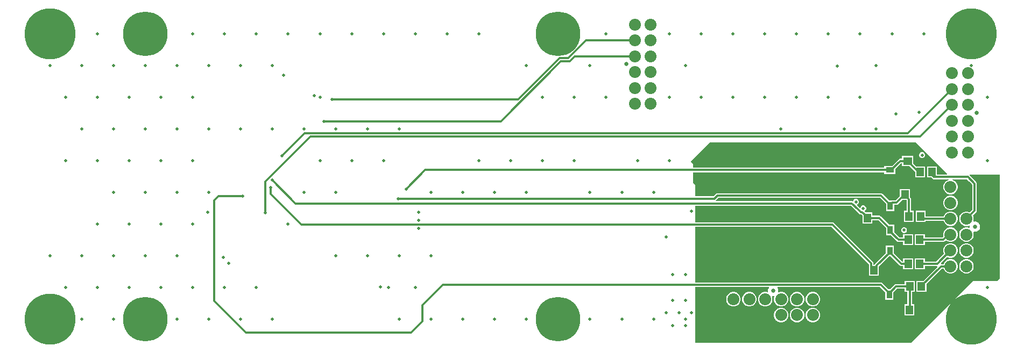
<source format=gbl>
G04*
G04 #@! TF.GenerationSoftware,Altium Limited,Altium Designer,24.0.1 (36)*
G04*
G04 Layer_Physical_Order=4*
G04 Layer_Color=16711680*
%FSLAX44Y44*%
%MOMM*%
G71*
G04*
G04 #@! TF.SameCoordinates,0FB82E01-D644-434E-A1D8-1B95A2BBF3EB*
G04*
G04*
G04 #@! TF.FilePolarity,Positive*
G04*
G01*
G75*
%ADD14R,1.3000X0.9000*%
%ADD15R,0.9000X1.3000*%
%ADD19R,1.1500X1.3500*%
%ADD20R,1.3500X1.1500*%
%ADD38C,0.3000*%
%ADD40C,1.8750*%
%ADD41C,7.0000*%
%ADD42C,8.0000*%
%ADD43C,0.6750*%
%ADD44C,0.5000*%
%ADD45C,0.7000*%
G36*
X1462181Y278989D02*
X1461655Y277719D01*
X1445750D01*
Y290690D01*
X1430250D01*
Y273190D01*
X1436893D01*
X1438457Y271627D01*
X1439614Y270853D01*
X1440980Y270581D01*
X1464303D01*
X1464470Y269311D01*
X1462859Y268880D01*
X1460266Y267382D01*
X1458148Y265264D01*
X1456650Y262671D01*
X1455875Y259778D01*
Y256782D01*
X1456650Y253889D01*
X1458148Y251296D01*
X1460266Y249178D01*
X1462859Y247680D01*
X1465753Y246905D01*
X1468748D01*
X1471641Y247680D01*
X1474234Y249178D01*
X1476352Y251296D01*
X1477850Y253889D01*
X1478625Y256782D01*
Y259778D01*
X1477850Y262671D01*
X1476352Y265264D01*
X1474234Y267382D01*
X1471641Y268880D01*
X1470030Y269311D01*
X1470197Y270581D01*
X1493110D01*
X1501556Y262135D01*
Y222633D01*
X1497378Y218454D01*
X1496641Y218880D01*
X1493748Y219655D01*
X1490753D01*
X1487859Y218880D01*
X1485266Y217382D01*
X1483148Y215264D01*
X1481650Y212671D01*
X1480875Y209778D01*
Y206782D01*
X1481650Y203889D01*
X1483148Y201296D01*
X1485266Y199178D01*
X1487859Y197680D01*
X1490753Y196905D01*
X1493748D01*
X1496556Y197658D01*
X1497158Y197318D01*
X1497674Y196922D01*
X1497650Y196833D01*
Y194727D01*
X1497674Y194638D01*
X1497158Y194242D01*
X1496556Y193902D01*
X1493748Y194655D01*
X1490753D01*
X1487859Y193880D01*
X1485266Y192382D01*
X1483148Y190264D01*
X1481650Y187671D01*
X1480875Y184778D01*
Y181782D01*
X1481650Y178889D01*
X1483148Y176296D01*
X1485266Y174178D01*
X1487859Y172680D01*
X1490753Y171905D01*
X1493748D01*
X1496641Y172680D01*
X1499234Y174178D01*
X1501352Y176296D01*
X1502850Y178889D01*
X1503625Y181782D01*
Y184778D01*
X1503063Y186876D01*
X1504100Y187913D01*
X1504597Y187780D01*
X1506703D01*
X1508738Y188325D01*
X1510562Y189378D01*
X1512052Y190868D01*
X1513105Y192692D01*
X1513650Y194727D01*
Y196833D01*
X1513105Y198868D01*
X1512052Y200692D01*
X1510562Y202182D01*
X1508738Y203235D01*
X1506703Y203780D01*
X1504597D01*
X1504100Y203647D01*
X1503063Y204684D01*
X1503625Y206782D01*
Y209778D01*
X1502850Y212671D01*
X1502424Y213408D01*
X1507648Y218632D01*
X1508422Y219789D01*
X1508694Y221155D01*
Y263613D01*
X1508422Y264979D01*
X1507648Y266136D01*
X1497111Y276673D01*
X1496832Y276860D01*
X1497217Y278130D01*
X1544320D01*
Y114300D01*
X1540510Y110490D01*
X1502410D01*
X1404620Y12700D01*
X1065530D01*
Y100831D01*
X1181119D01*
X1181574Y99561D01*
X1180665Y97988D01*
X1180120Y95953D01*
Y93847D01*
X1180253Y93350D01*
X1179216Y92313D01*
X1177117Y92875D01*
X1174122D01*
X1171229Y92100D01*
X1168636Y90602D01*
X1166518Y88484D01*
X1165020Y85891D01*
X1164245Y82998D01*
Y80002D01*
X1165020Y77109D01*
X1166518Y74516D01*
X1168636Y72398D01*
X1171229Y70900D01*
X1174122Y70125D01*
X1177117D01*
X1180011Y70900D01*
X1182604Y72398D01*
X1184722Y74516D01*
X1186220Y77109D01*
X1186995Y80002D01*
Y82998D01*
X1186242Y85806D01*
X1186582Y86408D01*
X1186978Y86924D01*
X1187067Y86900D01*
X1189173D01*
X1189262Y86924D01*
X1189658Y86408D01*
X1189998Y85806D01*
X1189245Y82998D01*
Y80002D01*
X1190020Y77109D01*
X1191518Y74516D01*
X1193636Y72398D01*
X1196229Y70900D01*
X1199122Y70125D01*
X1202117D01*
X1205011Y70900D01*
X1207604Y72398D01*
X1209722Y74516D01*
X1211220Y77109D01*
X1211995Y80002D01*
Y82998D01*
X1211220Y85891D01*
X1209722Y88484D01*
X1207604Y90602D01*
X1205011Y92100D01*
X1202117Y92875D01*
X1199122D01*
X1197024Y92313D01*
X1195987Y93350D01*
X1196120Y93847D01*
Y95953D01*
X1195575Y97988D01*
X1194666Y99561D01*
X1195121Y100831D01*
X1355962D01*
X1364440Y92353D01*
Y80400D01*
X1377440D01*
Y92353D01*
X1383118Y98031D01*
X1395240D01*
Y92850D01*
X1399421D01*
Y73520D01*
X1394690D01*
Y56020D01*
X1410190D01*
Y73520D01*
X1406559D01*
Y92850D01*
X1410740D01*
Y110350D01*
X1395240D01*
Y105169D01*
X1381640D01*
X1380274Y104897D01*
X1379117Y104123D01*
X1372393Y97400D01*
X1369487D01*
X1359963Y106923D01*
X1358806Y107697D01*
X1357440Y107969D01*
X1065530D01*
Y195471D01*
X1279897D01*
X1338741Y136627D01*
Y132250D01*
X1338810Y131905D01*
Y118250D01*
X1354310D01*
Y130905D01*
X1354379Y131250D01*
Y133212D01*
X1370147Y148980D01*
X1373053D01*
X1387397Y134637D01*
X1388554Y133863D01*
X1389920Y133591D01*
X1392700D01*
Y128410D01*
X1408200D01*
Y145910D01*
X1392700D01*
Y140729D01*
X1391398D01*
X1378100Y154027D01*
Y165980D01*
X1365100D01*
Y154027D01*
X1348287Y137213D01*
X1347513Y136056D01*
X1347452Y135750D01*
X1345879D01*
Y138105D01*
X1345607Y139471D01*
X1344833Y140629D01*
X1283899Y201563D01*
X1282741Y202337D01*
X1281375Y202609D01*
X1065530D01*
Y228926D01*
X1310752D01*
X1318554Y221124D01*
X1319081Y220772D01*
X1323586Y216267D01*
X1324744Y215493D01*
X1326110Y215221D01*
X1326682D01*
X1328650Y213253D01*
Y200800D01*
X1344150D01*
Y205981D01*
X1353682D01*
X1365710Y193953D01*
Y182000D01*
X1373663D01*
X1382927Y172737D01*
X1384084Y171963D01*
X1385450Y171691D01*
X1392700D01*
Y166510D01*
X1408200D01*
Y184010D01*
X1392700D01*
Y178829D01*
X1386928D01*
X1378710Y187047D01*
Y199000D01*
X1370757D01*
X1357683Y212073D01*
X1356526Y212847D01*
X1355160Y213119D01*
X1344150D01*
Y218300D01*
X1333697D01*
X1332202Y219795D01*
X1332425Y220981D01*
X1333685Y222241D01*
X1334370Y223895D01*
Y225685D01*
X1333685Y227339D01*
X1332419Y228605D01*
X1330765Y229290D01*
X1328975D01*
X1327321Y228605D01*
X1326055Y227339D01*
X1325571Y226171D01*
X1324197Y225750D01*
X1323776Y226171D01*
X1323248Y226523D01*
X1320081Y229690D01*
X1320329Y230936D01*
X1320809Y231135D01*
X1322075Y232401D01*
X1322760Y234055D01*
Y235845D01*
X1322075Y237499D01*
X1320809Y238765D01*
X1319155Y239450D01*
X1317365D01*
X1315711Y238765D01*
X1314445Y237499D01*
X1314185Y236871D01*
X1313633Y235861D01*
X1312554Y235999D01*
X1312230Y236064D01*
X1098381D01*
X1097996Y237334D01*
X1098255Y237507D01*
X1101940Y241191D01*
X1356572D01*
X1365710Y232053D01*
Y220100D01*
X1378710D01*
Y230031D01*
X1382590D01*
X1383956Y230303D01*
X1385113Y231077D01*
X1391667Y237630D01*
X1398073D01*
X1398151Y237552D01*
Y220840D01*
X1393970D01*
Y203340D01*
X1409470D01*
Y220840D01*
X1405289D01*
Y239030D01*
X1405017Y240396D01*
X1404243Y241553D01*
X1403120Y242677D01*
Y255130D01*
X1387620D01*
Y243669D01*
X1387597Y243653D01*
X1381112Y237169D01*
X1375210D01*
X1374865Y237100D01*
X1370757D01*
X1360573Y247283D01*
X1359416Y248057D01*
X1358050Y248329D01*
X1100462D01*
X1099096Y248057D01*
X1097938Y247283D01*
X1094254Y243599D01*
X1065530D01*
Y261620D01*
X1061720Y265430D01*
Y281521D01*
X1363100D01*
Y278590D01*
X1380100D01*
Y286543D01*
X1389348Y295791D01*
X1390790D01*
Y291610D01*
X1402071D01*
X1402267Y291317D01*
X1411750Y281833D01*
Y273190D01*
X1427250D01*
Y290690D01*
X1412987D01*
X1408307Y295370D01*
X1408290Y295455D01*
Y307110D01*
X1390790D01*
Y302929D01*
X1387870D01*
X1386504Y302657D01*
X1385347Y301883D01*
X1375053Y291590D01*
X1363100D01*
Y288659D01*
X1061720D01*
Y294640D01*
X1057910Y298450D01*
X1088390Y328930D01*
X1412240D01*
X1462181Y278989D01*
D02*
G37*
%LPC*%
G36*
X1423295Y313110D02*
X1421505D01*
X1419851Y312425D01*
X1418585Y311159D01*
X1417900Y309505D01*
Y307715D01*
X1418585Y306061D01*
X1419851Y304795D01*
X1421505Y304110D01*
X1423295D01*
X1424949Y304795D01*
X1426215Y306061D01*
X1426900Y307715D01*
Y309505D01*
X1426215Y311159D01*
X1424949Y312425D01*
X1423295Y313110D01*
D02*
G37*
G36*
X1468748Y244655D02*
X1465753D01*
X1462859Y243880D01*
X1460266Y242382D01*
X1458148Y240264D01*
X1456650Y237671D01*
X1455875Y234778D01*
Y231782D01*
X1456650Y228889D01*
X1458148Y226296D01*
X1460266Y224178D01*
X1462859Y222680D01*
X1465753Y221905D01*
X1468748D01*
X1471641Y222680D01*
X1474234Y224178D01*
X1476352Y226296D01*
X1477850Y228889D01*
X1478625Y231782D01*
Y234778D01*
X1477850Y237671D01*
X1476352Y240264D01*
X1474234Y242382D01*
X1471641Y243880D01*
X1468748Y244655D01*
D02*
G37*
G36*
X1427970Y220840D02*
X1412470D01*
Y203340D01*
X1427970D01*
Y204711D01*
X1456430D01*
X1456650Y203889D01*
X1458148Y201296D01*
X1460266Y199178D01*
X1462859Y197680D01*
X1465753Y196905D01*
X1468748D01*
X1471641Y197680D01*
X1474234Y199178D01*
X1476352Y201296D01*
X1477850Y203889D01*
X1478625Y206782D01*
Y209778D01*
X1477850Y212671D01*
X1476352Y215264D01*
X1474234Y217382D01*
X1471641Y218880D01*
X1468748Y219655D01*
X1465753D01*
X1462859Y218880D01*
X1460266Y217382D01*
X1458148Y215264D01*
X1456650Y212671D01*
X1456430Y211849D01*
X1427970D01*
Y220840D01*
D02*
G37*
G36*
X1395075Y194720D02*
X1393285D01*
X1391631Y194035D01*
X1390365Y192769D01*
X1389680Y191115D01*
Y189325D01*
X1390365Y187671D01*
X1391631Y186405D01*
X1393285Y185720D01*
X1395075D01*
X1396729Y186405D01*
X1397995Y187671D01*
X1398680Y189325D01*
Y191115D01*
X1397995Y192769D01*
X1396729Y194035D01*
X1395075Y194720D01*
D02*
G37*
G36*
X1468748Y194655D02*
X1465753D01*
X1462859Y193880D01*
X1460266Y192382D01*
X1458148Y190264D01*
X1456650Y187671D01*
X1455875Y184778D01*
Y181782D01*
X1456139Y180798D01*
X1454170Y178829D01*
X1426700D01*
Y184010D01*
X1411200D01*
Y166510D01*
X1426700D01*
Y171691D01*
X1455648D01*
X1457013Y171963D01*
X1458171Y172737D01*
X1459939Y174504D01*
X1460266Y174178D01*
X1462859Y172680D01*
X1465753Y171905D01*
X1468748D01*
X1471641Y172680D01*
X1474234Y174178D01*
X1476352Y176296D01*
X1477850Y178889D01*
X1478625Y181782D01*
Y184778D01*
X1477850Y187671D01*
X1476352Y190264D01*
X1474234Y192382D01*
X1471641Y193880D01*
X1468748Y194655D01*
D02*
G37*
G36*
X1493748Y169655D02*
X1490753D01*
X1487859Y168880D01*
X1485266Y167382D01*
X1483148Y165264D01*
X1481650Y162671D01*
X1480875Y159777D01*
Y156783D01*
X1481650Y153889D01*
X1483148Y151296D01*
X1485266Y149178D01*
X1487859Y147680D01*
X1490753Y146905D01*
X1493748D01*
X1496641Y147680D01*
X1499234Y149178D01*
X1501352Y151296D01*
X1502850Y153889D01*
X1503625Y156783D01*
Y159777D01*
X1502850Y162671D01*
X1501352Y165264D01*
X1499234Y167382D01*
X1496641Y168880D01*
X1493748Y169655D01*
D02*
G37*
G36*
X1468748D02*
X1465753D01*
X1462859Y168880D01*
X1460266Y167382D01*
X1458148Y165264D01*
X1456650Y162671D01*
X1455875Y159777D01*
Y156783D01*
X1456650Y153889D01*
X1457076Y153152D01*
X1444652Y140729D01*
X1426700D01*
Y145910D01*
X1411200D01*
Y128410D01*
X1426700D01*
Y133591D01*
X1445639D01*
X1446189Y132346D01*
X1424193Y110350D01*
X1413740D01*
Y92850D01*
X1429240D01*
Y105303D01*
X1453648Y129711D01*
X1456430D01*
X1456650Y128889D01*
X1458148Y126296D01*
X1460266Y124178D01*
X1462859Y122680D01*
X1465753Y121905D01*
X1468748D01*
X1471641Y122680D01*
X1474234Y124178D01*
X1476352Y126296D01*
X1477850Y128889D01*
X1478625Y131783D01*
Y134777D01*
X1477850Y137671D01*
X1476352Y140264D01*
X1474234Y142382D01*
X1471641Y143880D01*
X1468748Y144655D01*
X1465753D01*
X1462859Y143880D01*
X1460266Y142382D01*
X1458148Y140264D01*
X1456650Y137671D01*
X1456430Y136849D01*
X1452661D01*
X1452111Y138094D01*
X1462122Y148106D01*
X1462859Y147680D01*
X1465753Y146905D01*
X1468748D01*
X1471641Y147680D01*
X1474234Y149178D01*
X1476352Y151296D01*
X1477850Y153889D01*
X1478625Y156783D01*
Y159777D01*
X1477850Y162671D01*
X1476352Y165264D01*
X1474234Y167382D01*
X1471641Y168880D01*
X1468748Y169655D01*
D02*
G37*
G36*
X1493748Y144655D02*
X1490753D01*
X1487859Y143880D01*
X1485266Y142382D01*
X1483148Y140264D01*
X1481650Y137671D01*
X1480875Y134777D01*
Y131783D01*
X1481650Y128889D01*
X1483148Y126296D01*
X1485266Y124178D01*
X1487859Y122680D01*
X1490753Y121905D01*
X1493748D01*
X1496641Y122680D01*
X1499234Y124178D01*
X1501352Y126296D01*
X1502850Y128889D01*
X1503625Y131783D01*
Y134777D01*
X1502850Y137671D01*
X1501352Y140264D01*
X1499234Y142382D01*
X1496641Y143880D01*
X1493748Y144655D01*
D02*
G37*
G36*
X1252117Y92875D02*
X1249122D01*
X1246229Y92100D01*
X1243636Y90602D01*
X1241518Y88484D01*
X1240020Y85891D01*
X1239245Y82998D01*
Y80002D01*
X1240020Y77109D01*
X1241518Y74516D01*
X1243636Y72398D01*
X1246229Y70900D01*
X1249122Y70125D01*
X1252117D01*
X1255011Y70900D01*
X1257604Y72398D01*
X1259722Y74516D01*
X1261220Y77109D01*
X1261995Y80002D01*
Y82998D01*
X1261220Y85891D01*
X1259722Y88484D01*
X1257604Y90602D01*
X1255011Y92100D01*
X1252117Y92875D01*
D02*
G37*
G36*
X1227117D02*
X1224122D01*
X1221229Y92100D01*
X1218636Y90602D01*
X1216518Y88484D01*
X1215020Y85891D01*
X1214245Y82998D01*
Y80002D01*
X1215020Y77109D01*
X1216518Y74516D01*
X1218636Y72398D01*
X1221229Y70900D01*
X1224122Y70125D01*
X1227117D01*
X1230011Y70900D01*
X1232604Y72398D01*
X1234722Y74516D01*
X1236220Y77109D01*
X1236995Y80002D01*
Y82998D01*
X1236220Y85891D01*
X1234722Y88484D01*
X1232604Y90602D01*
X1230011Y92100D01*
X1227117Y92875D01*
D02*
G37*
G36*
X1152117D02*
X1149122D01*
X1146229Y92100D01*
X1143636Y90602D01*
X1141518Y88484D01*
X1140020Y85891D01*
X1139245Y82998D01*
Y80002D01*
X1140020Y77109D01*
X1141518Y74516D01*
X1143636Y72398D01*
X1146229Y70900D01*
X1149122Y70125D01*
X1152117D01*
X1155011Y70900D01*
X1157604Y72398D01*
X1159722Y74516D01*
X1161220Y77109D01*
X1161995Y80002D01*
Y82998D01*
X1161220Y85891D01*
X1159722Y88484D01*
X1157604Y90602D01*
X1155011Y92100D01*
X1152117Y92875D01*
D02*
G37*
G36*
X1127117D02*
X1124122D01*
X1121229Y92100D01*
X1118636Y90602D01*
X1116518Y88484D01*
X1115020Y85891D01*
X1114245Y82998D01*
Y80002D01*
X1115020Y77109D01*
X1116518Y74516D01*
X1118636Y72398D01*
X1121229Y70900D01*
X1124122Y70125D01*
X1127117D01*
X1130011Y70900D01*
X1132604Y72398D01*
X1134722Y74516D01*
X1136220Y77109D01*
X1136995Y80002D01*
Y82998D01*
X1136220Y85891D01*
X1134722Y88484D01*
X1132604Y90602D01*
X1130011Y92100D01*
X1127117Y92875D01*
D02*
G37*
G36*
X1252117Y67875D02*
X1249122D01*
X1246229Y67100D01*
X1243636Y65602D01*
X1241518Y63484D01*
X1240020Y60891D01*
X1239245Y57997D01*
Y55002D01*
X1240020Y52109D01*
X1241518Y49516D01*
X1243636Y47398D01*
X1246229Y45900D01*
X1249122Y45125D01*
X1252117D01*
X1255011Y45900D01*
X1257604Y47398D01*
X1259722Y49516D01*
X1261220Y52109D01*
X1261995Y55002D01*
Y57997D01*
X1261220Y60891D01*
X1259722Y63484D01*
X1257604Y65602D01*
X1255011Y67100D01*
X1252117Y67875D01*
D02*
G37*
G36*
X1227117D02*
X1224122D01*
X1221229Y67100D01*
X1218636Y65602D01*
X1216518Y63484D01*
X1215020Y60891D01*
X1214245Y57997D01*
Y55002D01*
X1215020Y52109D01*
X1216518Y49516D01*
X1218636Y47398D01*
X1221229Y45900D01*
X1224122Y45125D01*
X1227117D01*
X1230011Y45900D01*
X1232604Y47398D01*
X1234722Y49516D01*
X1236220Y52109D01*
X1236995Y55002D01*
Y57997D01*
X1236220Y60891D01*
X1234722Y63484D01*
X1232604Y65602D01*
X1230011Y67100D01*
X1227117Y67875D01*
D02*
G37*
G36*
X1202117D02*
X1199122D01*
X1196229Y67100D01*
X1193636Y65602D01*
X1191518Y63484D01*
X1190020Y60891D01*
X1189245Y57997D01*
Y55002D01*
X1190020Y52109D01*
X1191518Y49516D01*
X1193636Y47398D01*
X1196229Y45900D01*
X1199122Y45125D01*
X1202117D01*
X1205011Y45900D01*
X1207604Y47398D01*
X1209722Y49516D01*
X1211220Y52109D01*
X1211995Y55002D01*
Y57997D01*
X1211220Y60891D01*
X1209722Y63484D01*
X1207604Y65602D01*
X1205011Y67100D01*
X1202117Y67875D01*
D02*
G37*
%LPD*%
D14*
X1371600Y266090D02*
D03*
Y285090D02*
D03*
D15*
X1351940Y88900D02*
D03*
X1370940D02*
D03*
X1353210Y228600D02*
D03*
X1372210D02*
D03*
X1352600Y157480D02*
D03*
X1371600D02*
D03*
X1353210Y190500D02*
D03*
X1372210D02*
D03*
D19*
X1317900Y209550D02*
D03*
X1336400D02*
D03*
X1401720Y212090D02*
D03*
X1420220D02*
D03*
X1400450Y175260D02*
D03*
X1418950D02*
D03*
X1413870Y246380D02*
D03*
X1395370D02*
D03*
X1328060Y127000D02*
D03*
X1346560D02*
D03*
X1400450Y137160D02*
D03*
X1418950D02*
D03*
X1402990Y101600D02*
D03*
X1421490D02*
D03*
X1383940Y64770D02*
D03*
X1402440D02*
D03*
X1419500Y281940D02*
D03*
X1438000D02*
D03*
D20*
X1399540Y317860D02*
D03*
Y299360D02*
D03*
D38*
X446120Y199040D02*
X1281375D01*
X598170Y240030D02*
X1095732D01*
X1358050Y244760D02*
X1372210Y230600D01*
X1095732Y240030D02*
X1100462Y244760D01*
X1358050D01*
X436795Y232495D02*
X1312230D01*
X400050Y269240D02*
X436795Y232495D01*
X1312230D02*
X1321077Y223647D01*
X1321252D01*
X1326110Y218790D02*
X1328160D01*
X1321252Y223647D02*
X1326110Y218790D01*
X1328160D02*
X1336400Y210550D01*
X1281375Y199040D02*
X1342310Y138105D01*
Y132250D02*
Y138105D01*
Y132250D02*
X1346560Y128000D01*
X388967Y218134D02*
Y266642D01*
X397510Y247650D02*
X446120Y199040D01*
X1418230Y279400D02*
Y280400D01*
X610870Y255270D02*
X640690Y285090D01*
X854010Y456500D02*
X868018D01*
X759460Y361950D02*
X854010Y456500D01*
X481330Y361950D02*
X759460D01*
X851939Y461500D02*
X865947D01*
X875938Y464420D02*
X970280D01*
X868018Y456500D02*
X875938Y464420D01*
X494030Y396240D02*
X786679D01*
X851939Y461500D01*
X865947D02*
X893867Y489420D01*
X970280D01*
X1419790Y337820D02*
X1469790Y387820D01*
X388967Y266642D02*
X460145Y337820D01*
X1419790D01*
X415290Y307340D02*
X450850Y342900D01*
X1399870D02*
X1469790Y412820D01*
X450850Y342900D02*
X1399870D01*
X640690Y285090D02*
X1371600D01*
X1372210Y228600D02*
Y230600D01*
X397510Y247650D02*
Y257810D01*
X1336400Y209550D02*
Y210550D01*
X1346560Y127000D02*
Y128000D01*
X308610Y78740D02*
Y236864D01*
X358140Y29210D02*
X618490D01*
X308610Y78740D02*
X358140Y29210D01*
X315326Y243580D02*
X352800D01*
X308610Y236864D02*
X315326Y243580D01*
X352800D02*
X353060Y243840D01*
X636270Y46990D02*
Y72390D01*
X618490Y29210D02*
X636270Y46990D01*
Y72390D02*
X668280Y104400D01*
X1357440D01*
X1370940Y90900D01*
Y88900D02*
Y90900D01*
X1336400Y209550D02*
X1355160D01*
X1372210Y192500D01*
Y190500D02*
Y192500D01*
Y230600D02*
X1375210Y233600D01*
X1395370Y245380D02*
Y246380D01*
X1391120Y241130D02*
X1395370Y245380D01*
X1390120Y241130D02*
X1391120D01*
X1382590Y233600D02*
X1390120Y241130D01*
X1375210Y233600D02*
X1382590D01*
X1372210Y188500D02*
Y190500D01*
X1385450Y175260D02*
X1400450D01*
X1372210Y188500D02*
X1385450Y175260D01*
X1371600Y155480D02*
Y157480D01*
X1350810Y134690D02*
X1371600Y155480D01*
X1350810Y131250D02*
Y134690D01*
X1346560Y127000D02*
X1350810Y131250D01*
X1389920Y137160D02*
X1400450D01*
X1371600Y155480D02*
X1389920Y137160D01*
X1381640Y101600D02*
X1402990D01*
X1370940Y90900D02*
X1381640Y101600D01*
X1402990Y65320D02*
Y101600D01*
X1402440Y64770D02*
X1402990Y65320D01*
X1421490Y101600D02*
Y102600D01*
X1452170Y133280D02*
X1467250D01*
X1421490Y102600D02*
X1452170Y133280D01*
X1418950Y137160D02*
X1446130D01*
X1467250Y158280D01*
X1418950Y175260D02*
X1455648D01*
X1463668Y183280D01*
X1467250D01*
X1395370Y245380D02*
X1401720Y239030D01*
Y212090D02*
Y239030D01*
X1420220Y212090D02*
X1424030Y208280D01*
X1467250D01*
X1387870Y299360D02*
X1399540D01*
X1373600Y285090D02*
X1387870Y299360D01*
X1371600Y285090D02*
X1373600D01*
X1404790Y293840D02*
Y295110D01*
X1399540Y299360D02*
X1400540D01*
X1404790Y293840D02*
X1418230Y280400D01*
X1400540Y299360D02*
X1404790Y295110D01*
X1436730Y278400D02*
Y279400D01*
X1440980Y274150D02*
X1494588D01*
X1505125Y263613D01*
Y221155D02*
Y263613D01*
X1436730Y278400D02*
X1440980Y274150D01*
X1492250Y208280D02*
X1505125Y221155D01*
D40*
X1175620Y56500D02*
D03*
X970280Y439420D02*
D03*
X1494790Y437820D02*
D03*
X1469790D02*
D03*
Y412820D02*
D03*
Y387820D02*
D03*
Y362820D02*
D03*
Y337820D02*
D03*
Y312820D02*
D03*
X1494790Y412820D02*
D03*
Y387820D02*
D03*
Y362820D02*
D03*
Y337820D02*
D03*
Y312820D02*
D03*
X1467250Y258280D02*
D03*
Y233280D02*
D03*
Y208280D02*
D03*
Y183280D02*
D03*
Y158280D02*
D03*
Y133280D02*
D03*
X1492250Y258280D02*
D03*
Y233280D02*
D03*
Y208280D02*
D03*
Y183280D02*
D03*
Y158280D02*
D03*
Y133280D02*
D03*
X1125620Y56500D02*
D03*
X1150620D02*
D03*
X1200620D02*
D03*
X1225620D02*
D03*
X1250620D02*
D03*
X1125620Y81500D02*
D03*
X1150620D02*
D03*
X1175620D02*
D03*
X1200620D02*
D03*
X1225620D02*
D03*
X1250620D02*
D03*
X995280Y389420D02*
D03*
Y414420D02*
D03*
Y439420D02*
D03*
Y464420D02*
D03*
Y489420D02*
D03*
Y514420D02*
D03*
X970280Y389420D02*
D03*
Y414420D02*
D03*
Y464420D02*
D03*
Y489420D02*
D03*
Y514420D02*
D03*
D41*
X200000Y500000D02*
D03*
X850000D02*
D03*
Y50000D02*
D03*
X200000D02*
D03*
D42*
X1500000Y500000D02*
D03*
X50000D02*
D03*
X1500000Y50000D02*
D03*
X50000D02*
D03*
D43*
X1508190Y375320D02*
D03*
X1505650Y195780D02*
D03*
X1188120Y94900D02*
D03*
X956880Y451920D02*
D03*
D44*
X1500000Y450000D02*
D03*
X1525000Y400000D02*
D03*
Y300000D02*
D03*
Y200000D02*
D03*
Y100000D02*
D03*
X1450000Y250000D02*
D03*
Y150000D02*
D03*
X1475000Y100000D02*
D03*
X1425000Y500000D02*
D03*
X1375000D02*
D03*
X1350000Y450000D02*
D03*
Y350000D02*
D03*
X1325000Y500000D02*
D03*
Y400000D02*
D03*
X1300000Y350000D02*
D03*
X1325000Y300000D02*
D03*
X1275000Y500000D02*
D03*
Y400000D02*
D03*
Y300000D02*
D03*
X1225000Y500000D02*
D03*
Y400000D02*
D03*
X1200000Y350000D02*
D03*
X1225000Y300000D02*
D03*
X1175000Y500000D02*
D03*
Y400000D02*
D03*
Y300000D02*
D03*
X1125000Y500000D02*
D03*
Y400000D02*
D03*
Y300000D02*
D03*
X1100000Y150000D02*
D03*
Y50000D02*
D03*
X1075000Y500000D02*
D03*
X1050000Y450000D02*
D03*
X1075000Y400000D02*
D03*
Y300000D02*
D03*
X1050000Y50000D02*
D03*
X1025000Y500000D02*
D03*
Y400000D02*
D03*
Y300000D02*
D03*
X1000000Y250000D02*
D03*
Y50000D02*
D03*
X975000Y300000D02*
D03*
X950000Y250000D02*
D03*
Y50000D02*
D03*
X925000Y500000D02*
D03*
X900000Y450000D02*
D03*
X925000Y400000D02*
D03*
X900000Y250000D02*
D03*
Y50000D02*
D03*
X875000Y400000D02*
D03*
Y300000D02*
D03*
X800000Y450000D02*
D03*
X825000Y400000D02*
D03*
Y300000D02*
D03*
X800000Y250000D02*
D03*
Y50000D02*
D03*
X775000Y300000D02*
D03*
X750000Y250000D02*
D03*
Y50000D02*
D03*
X725000Y500000D02*
D03*
Y300000D02*
D03*
X700000Y250000D02*
D03*
Y50000D02*
D03*
X675000Y500000D02*
D03*
X650000Y250000D02*
D03*
Y150000D02*
D03*
Y50000D02*
D03*
X625000Y500000D02*
D03*
X600000Y350000D02*
D03*
Y150000D02*
D03*
X625000Y100000D02*
D03*
X600000Y50000D02*
D03*
X575000Y500000D02*
D03*
X550000Y350000D02*
D03*
X575000Y300000D02*
D03*
X550000Y150000D02*
D03*
X525000Y500000D02*
D03*
X500000Y350000D02*
D03*
X525000Y300000D02*
D03*
X500000Y250000D02*
D03*
Y150000D02*
D03*
X475000Y500000D02*
D03*
Y400000D02*
D03*
X450000Y350000D02*
D03*
X475000Y300000D02*
D03*
X450000Y250000D02*
D03*
X425000Y500000D02*
D03*
X400000Y450000D02*
D03*
Y350000D02*
D03*
X425000Y200000D02*
D03*
X400000Y50000D02*
D03*
X375000Y500000D02*
D03*
X350000Y450000D02*
D03*
Y350000D02*
D03*
X375000Y100000D02*
D03*
X350000Y50000D02*
D03*
X325000Y500000D02*
D03*
X300000Y450000D02*
D03*
Y350000D02*
D03*
Y250000D02*
D03*
X325000Y100000D02*
D03*
X300000Y50000D02*
D03*
X275000Y500000D02*
D03*
X250000Y450000D02*
D03*
X275000Y400000D02*
D03*
X250000Y350000D02*
D03*
X275000Y300000D02*
D03*
X250000Y250000D02*
D03*
X275000Y200000D02*
D03*
X250000Y150000D02*
D03*
X275000Y100000D02*
D03*
X250000Y50000D02*
D03*
X200000Y450000D02*
D03*
X225000Y400000D02*
D03*
X200000Y350000D02*
D03*
X225000Y300000D02*
D03*
X200000Y250000D02*
D03*
X225000Y200000D02*
D03*
X200000Y150000D02*
D03*
X225000Y100000D02*
D03*
X150000Y450000D02*
D03*
X175000Y400000D02*
D03*
X150000Y350000D02*
D03*
X175000Y300000D02*
D03*
X150000Y250000D02*
D03*
X175000Y200000D02*
D03*
X150000Y150000D02*
D03*
X175000Y100000D02*
D03*
X150000Y50000D02*
D03*
X125000Y500000D02*
D03*
X100000Y450000D02*
D03*
X125000Y400000D02*
D03*
X100000Y350000D02*
D03*
X125000Y300000D02*
D03*
Y200000D02*
D03*
X100000Y150000D02*
D03*
X125000Y100000D02*
D03*
X100000Y50000D02*
D03*
X50000Y450000D02*
D03*
X75000Y400000D02*
D03*
Y300000D02*
D03*
X50000Y150000D02*
D03*
X75000Y100000D02*
D03*
X1234440Y238760D02*
D03*
X1318260Y234950D02*
D03*
X1422400Y308610D02*
D03*
X1417320Y375920D02*
D03*
X1330001Y160000D02*
D03*
Y80000D02*
D03*
X1310001D02*
D03*
X1280001Y180000D02*
D03*
X1290001Y80000D02*
D03*
X1270001Y120000D02*
D03*
Y80000D02*
D03*
X1240001Y180000D02*
D03*
X1210001Y120000D02*
D03*
X1180001Y140000D02*
D03*
X1190001Y120000D02*
D03*
Y40000D02*
D03*
X1160001Y180000D02*
D03*
Y140000D02*
D03*
X1170001Y40000D02*
D03*
X1130001Y160000D02*
D03*
Y120000D02*
D03*
Y40000D02*
D03*
X1100001Y220000D02*
D03*
Y140000D02*
D03*
X1110001Y120000D02*
D03*
Y80000D02*
D03*
X1100001Y60000D02*
D03*
X1110001Y40000D02*
D03*
X1080001Y140000D02*
D03*
X1090001Y120000D02*
D03*
Y80000D02*
D03*
X1080001Y60000D02*
D03*
X1090001Y40000D02*
D03*
X1060001Y220000D02*
D03*
X1070001Y120000D02*
D03*
Y80000D02*
D03*
X1060001Y60000D02*
D03*
X1070001Y40000D02*
D03*
X1050001Y120000D02*
D03*
Y80000D02*
D03*
X1040001Y60000D02*
D03*
X1050001Y40000D02*
D03*
X1020001Y180000D02*
D03*
X1030001Y120000D02*
D03*
Y80000D02*
D03*
X1020001Y60000D02*
D03*
X1030001Y40000D02*
D03*
X1329870Y224790D02*
D03*
X1336040Y135890D02*
D03*
X466090Y402590D02*
D03*
X1394180Y190220D02*
D03*
X1381400Y373740D02*
D03*
X1289050Y448670D02*
D03*
X417830Y434340D02*
D03*
X331470Y138430D02*
D03*
X298260Y218250D02*
D03*
X629920Y218440D02*
D03*
X388967Y218134D02*
D03*
X322580Y147320D02*
D03*
X629920Y205740D02*
D03*
Y193040D02*
D03*
X610870Y255270D02*
D03*
X598170Y240030D02*
D03*
X582930Y100330D02*
D03*
X569850Y100500D02*
D03*
X481330Y361950D02*
D03*
X494030Y396240D02*
D03*
X415290Y307340D02*
D03*
X397510Y257810D02*
D03*
X400050Y269240D02*
D03*
X353060Y243840D02*
D03*
D45*
X220000Y480000D02*
D03*
X172500Y500000D02*
D03*
X227500D02*
D03*
X180000Y520000D02*
D03*
X220000D02*
D03*
X200000Y527500D02*
D03*
Y472500D02*
D03*
X180000Y480000D02*
D03*
X850000Y472500D02*
D03*
X830000Y480000D02*
D03*
X870000D02*
D03*
X822500Y500000D02*
D03*
X877500D02*
D03*
X830000Y520000D02*
D03*
X870000D02*
D03*
X850000Y527500D02*
D03*
X822500Y50000D02*
D03*
X830000Y30000D02*
D03*
Y70000D02*
D03*
X850000Y77500D02*
D03*
Y22500D02*
D03*
X870000Y30000D02*
D03*
Y70000D02*
D03*
X877500Y50000D02*
D03*
X172500D02*
D03*
X200000Y22500D02*
D03*
X180000Y30000D02*
D03*
X220000D02*
D03*
X227500Y50000D02*
D03*
X180000Y70000D02*
D03*
X220000D02*
D03*
X200000Y77500D02*
D03*
X1480000Y520000D02*
D03*
X1472500Y500000D02*
D03*
X1500000Y472500D02*
D03*
X1480000Y480000D02*
D03*
X1520000D02*
D03*
X1527500Y500000D02*
D03*
X1520000Y520000D02*
D03*
X1500000Y527500D02*
D03*
X30000Y480000D02*
D03*
X22500Y500000D02*
D03*
X77500D02*
D03*
X30000Y520000D02*
D03*
X70000D02*
D03*
X50000Y527500D02*
D03*
Y472500D02*
D03*
X70000Y480000D02*
D03*
X1500000Y22500D02*
D03*
X1480000Y30000D02*
D03*
X1520000D02*
D03*
X1527500Y50000D02*
D03*
X1480000Y70000D02*
D03*
X1520000D02*
D03*
X1500000Y77500D02*
D03*
X1472500Y50000D02*
D03*
X30000Y30000D02*
D03*
X77500Y50000D02*
D03*
X70000Y30000D02*
D03*
X50000Y22500D02*
D03*
X22500Y50000D02*
D03*
X50000Y77500D02*
D03*
X30000Y70000D02*
D03*
X70000D02*
D03*
M02*

</source>
